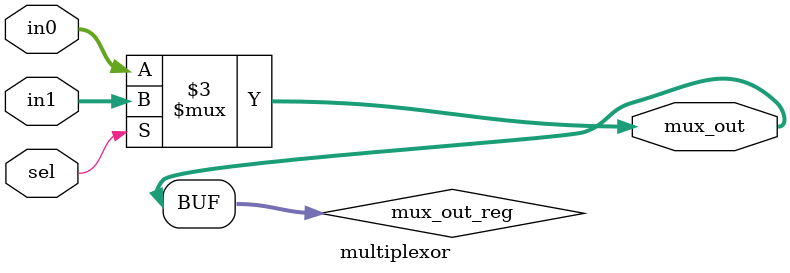
<source format=v>

module multiplexor #(parameter WIDTH = 5
)  (

  input [WIDTH-1:0] in0,
  input [WIDTH-1:0] in1,
  output[WIDTH-1:0] mux_out,
  input sel
);
  reg [WIDTH-1:0] mux_out_reg;
  
  always@(*) begin
    if(sel)
       mux_out_reg = in1;
    else
       mux_out_reg = in0;
  end
  
  assign mux_out = mux_out_reg;
  
endmodule

</source>
